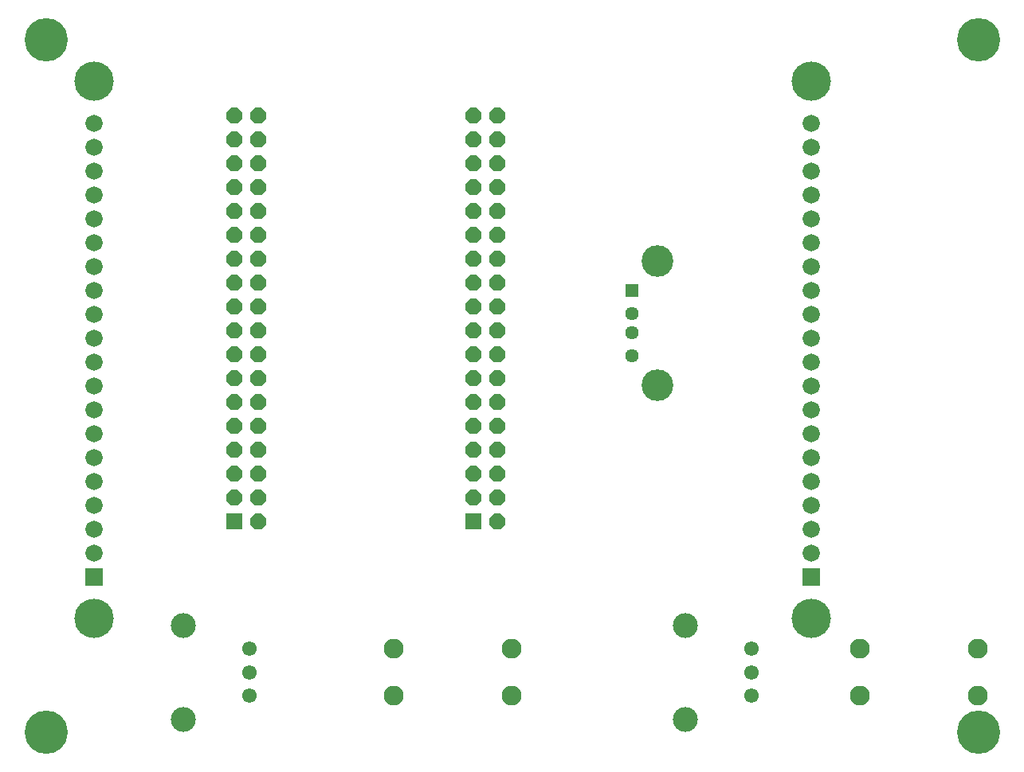
<source format=gbr>
G04 EAGLE Gerber RS-274X export*
G75*
%MOMM*%
%FSLAX34Y34*%
%LPD*%
%INSoldermask Bottom*%
%IPPOS*%
%AMOC8*
5,1,8,0,0,1.08239X$1,22.5*%
G01*
%ADD10R,1.828800X1.828800*%
%ADD11C,1.828800*%
%ADD12C,4.168400*%
%ADD13R,1.440400X1.440400*%
%ADD14C,1.440400*%
%ADD15C,3.372400*%
%ADD16C,4.597400*%
%ADD17C,1.552400*%
%ADD18C,2.652400*%
%ADD19C,2.112400*%
%ADD20R,1.676400X1.676400*%
%ADD21P,1.814519X8X112.500000*%


D10*
X88900Y203200D03*
D11*
X88900Y228600D03*
X88900Y254000D03*
X88900Y279400D03*
X88900Y304800D03*
X88900Y330200D03*
X88900Y355600D03*
X88900Y381000D03*
X88900Y406400D03*
X88900Y431800D03*
X88900Y457200D03*
X88900Y482600D03*
X88900Y508000D03*
X88900Y533400D03*
X88900Y558800D03*
X88900Y584200D03*
X88900Y609600D03*
X88900Y635000D03*
X88900Y660400D03*
X88900Y685800D03*
D10*
X850900Y203200D03*
D11*
X850900Y228600D03*
X850900Y254000D03*
X850900Y279400D03*
X850900Y304800D03*
X850900Y330200D03*
X850900Y355600D03*
X850900Y381000D03*
X850900Y406400D03*
X850900Y431800D03*
X850900Y457200D03*
X850900Y482600D03*
X850900Y508000D03*
X850900Y533400D03*
X850900Y558800D03*
X850900Y584200D03*
X850900Y609600D03*
X850900Y635000D03*
X850900Y660400D03*
X850900Y685800D03*
D12*
X850900Y158750D03*
X850900Y730250D03*
X88900Y158750D03*
X88900Y730250D03*
D13*
X660400Y508000D03*
D14*
X660400Y483000D03*
X660400Y463000D03*
X660400Y438000D03*
D15*
X687500Y538700D03*
X687500Y407300D03*
D16*
X1028700Y774700D03*
X1028700Y38100D03*
X38100Y774700D03*
X38100Y38100D03*
D17*
X254000Y76600D03*
X254000Y101600D03*
X254000Y126600D03*
D18*
X184000Y51600D03*
X184000Y151600D03*
D17*
X787400Y76600D03*
X787400Y101600D03*
X787400Y126600D03*
D18*
X717400Y51600D03*
X717400Y151600D03*
D19*
X532400Y126600D03*
X532400Y76600D03*
X407400Y76600D03*
X407400Y126600D03*
X1027700Y126600D03*
X1027700Y76600D03*
X902700Y76600D03*
X902700Y126600D03*
D20*
X238500Y262300D03*
D21*
X263900Y262300D03*
X238500Y287700D03*
X263900Y287700D03*
X238500Y313100D03*
X263900Y313100D03*
X238500Y338500D03*
X263900Y338500D03*
X238500Y363900D03*
X263900Y363900D03*
X238500Y389300D03*
X263900Y389300D03*
X238500Y414700D03*
X263900Y414700D03*
X238500Y440100D03*
X263900Y440100D03*
X238500Y465500D03*
X263900Y465500D03*
X238500Y490900D03*
X263900Y490900D03*
X238500Y516300D03*
X263900Y516300D03*
X238500Y541700D03*
X263900Y541700D03*
X238500Y567100D03*
X263900Y567100D03*
X238500Y592500D03*
X263900Y592500D03*
X238500Y617900D03*
X263900Y617900D03*
X238500Y643300D03*
X263900Y643300D03*
X238500Y668700D03*
X263900Y668700D03*
X238500Y694100D03*
X263900Y694100D03*
D20*
X492500Y262300D03*
D21*
X517900Y262300D03*
X492500Y287700D03*
X517900Y287700D03*
X492500Y313100D03*
X517900Y313100D03*
X492500Y338500D03*
X517900Y338500D03*
X492500Y363900D03*
X517900Y363900D03*
X492500Y389300D03*
X517900Y389300D03*
X492500Y414700D03*
X517900Y414700D03*
X492500Y440100D03*
X517900Y440100D03*
X492500Y465500D03*
X517900Y465500D03*
X492500Y490900D03*
X517900Y490900D03*
X492500Y516300D03*
X517900Y516300D03*
X492500Y541700D03*
X517900Y541700D03*
X492500Y567100D03*
X517900Y567100D03*
X492500Y592500D03*
X517900Y592500D03*
X492500Y617900D03*
X517900Y617900D03*
X492500Y643300D03*
X517900Y643300D03*
X492500Y668700D03*
X517900Y668700D03*
X492500Y694100D03*
X517900Y694100D03*
M02*

</source>
